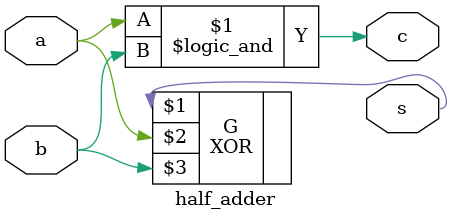
<source format=v>
module half_adder(s, c, a, b);
    input a, b;
    output s, c;

    assign c = a && b;
    XOR G(s, a, b);
endmodule
</source>
